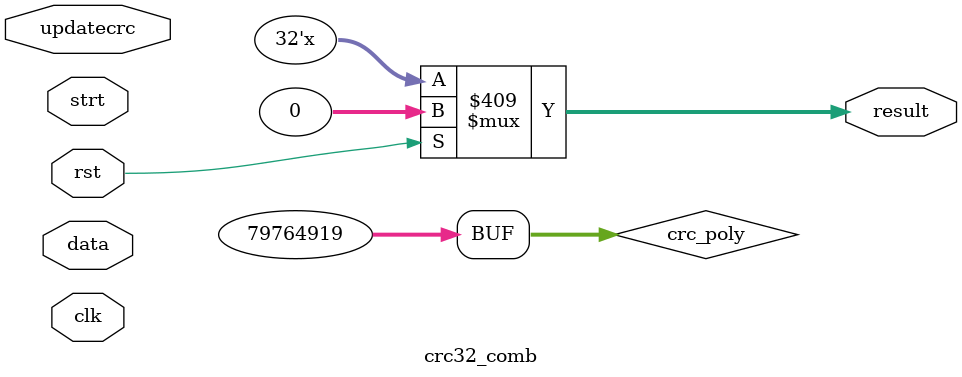
<source format=v>
module crc32_comb
#(parameter crc_len =32, parameter crc =  32'h04C11DB7, parameter GMII = 1, parameter datalen = 8, parameter refin = 1, parameter refout = 1,parameter byte_len =9)
(
input updatecrc,                                                    
output reg [crc_len-1:0]result,
input clk,rst,strt,
input  [datalen-1:0] data
);

reg [crc_len-1:0]   crc_poly        = crc;
reg [crc_len-1:0]   crc_acc         = {(crc_len){1'b1}};  //Initiate acc
reg [11:0]          byte_count =0;                                  //Keep track of bytes
reg [4:0]           bit_n = 0;                                      //Keep track of bites
reg [crc_len-1:0]   nresult  ;
reg [datalen-1:0] data_buf;
reg [crc_len-1:0] crc_acc_n;


`ifdef COCOTB_SIM
initial begin
    $dumpfile("sim.vcd");
    $dumpvars(0,crc32_comb);
end    
`endif


generate if (GMII) begin
        
            always @(*) begin

                if(rst) begin
                    crc_acc     <= {(crc_len){1'b1}};
                    result      <=  0;
                    byte_count  <=  0;
                    crc_acc_n   <= {(crc_len){1'b1}};
                    nresult     <=  0;
                    data_buf    <=  0;
                    bit_n       <=  0;
                end

                else begin
                    result = nresult;
                end
            end

            always @(posedge clk) begin
                if (updatecrc) begin
                    $display("\n Recived Message \t   %h, \t %b \t %d",data,data,data_buf);

                    data_buf = reflect_byte(data[datalen-1:0]);
                    $display("\n Reversed Message \t  %h, \t %b \t %d",data_buf,data_buf,data_buf);


                    crc_acc_n =  {data_buf,{(crc_len-datalen){1'b0}}}^ crc_acc_n;
                    $display("1|| \t CRC \t %h, \t %b", crc_acc_n ,crc_acc_n );
                    
                    for (bit_n = 0; bit_n <datalen ; bit_n =bit_n +1 ) begin // loop count = datalen-crc+1 d = 8, crc = 4 , loop = 7
                        crc_acc_n = crc_bit_updt(crc_acc_n[crc_len-1:0],crc[crc_len-1:0],crc_acc_n[crc_len-1]);
                    $display("2_ %d|| \t CRC %h, \t %b", bit_n,crc_acc_n ,crc_acc_n );
                    end
                    bit_n       <=  0;
                    byte_count <= byte_count + 1;
                    $display("3 Byte Count incremented \t %d", byte_count);
                end
                    if(byte_count == byte_len-1) begin
                        nresult      =  ~reflectcrc(crc_acc_n[crc_len-1:0]);
                    end
            end
end endgenerate


function [crc_len-1:0]crc_bit_updt (input [crc_len-1:0]crc_acc, input [crc_len-1:0]crc, input bit);
    begin
       
        if (bit) begin
            crc_bit_updt =   (crc_acc << 1);
            crc_bit_updt =   (crc_bit_updt ^ crc) ;
        end
        else begin
             crc_bit_updt = crc_acc << 1;
        end
    end
endfunction

function [datalen-1:0]reflect_byte (input [datalen-1:0]data);
reg [datalen-1:0]       temp;
reg [4:0]              bit_n;
    begin
       for (bit_n = 0; bit_n <datalen ; bit_n =bit_n +1 ) begin
            temp[bit_n] = data[datalen-1-bit_n];
       end
    reflect_byte = temp;
    end
endfunction

function [crc_len-1:0]reflectcrc (input [crc_len-1:0]crc_acc);
reg [crc_len-1:0]       temp;
reg [5:0]              bit_n;
    begin
       for (bit_n = 0; bit_n <crc_len ; bit_n =bit_n +1 ) begin
            temp[bit_n] = crc_acc[crc_len-1-bit_n];
       end
    reflectcrc = temp;
    end
endfunction

endmodule
</source>
